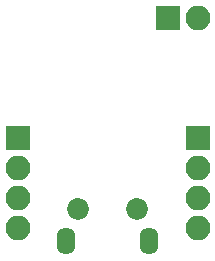
<source format=gbr>
G04 #@! TF.FileFunction,Soldermask,Bot*
%FSLAX46Y46*%
G04 Gerber Fmt 4.6, Leading zero omitted, Abs format (unit mm)*
G04 Created by KiCad (PCBNEW 4.0.7) date 07/05/18 14:51:19*
%MOMM*%
%LPD*%
G01*
G04 APERTURE LIST*
%ADD10C,0.100000*%
%ADD11C,1.850000*%
%ADD12O,1.600000X2.300000*%
%ADD13R,2.100000X2.100000*%
%ADD14O,2.100000X2.100000*%
G04 APERTURE END LIST*
D10*
D11*
X106720000Y-150812000D03*
X111720000Y-150812000D03*
D12*
X105720000Y-153512000D03*
X112720000Y-153512000D03*
D13*
X114300000Y-134620000D03*
D14*
X116840000Y-134620000D03*
D13*
X116840000Y-144780000D03*
D14*
X116840000Y-147320000D03*
X116840000Y-149860000D03*
X116840000Y-152400000D03*
D13*
X101600000Y-144780000D03*
D14*
X101600000Y-147320000D03*
X101600000Y-149860000D03*
X101600000Y-152400000D03*
M02*

</source>
